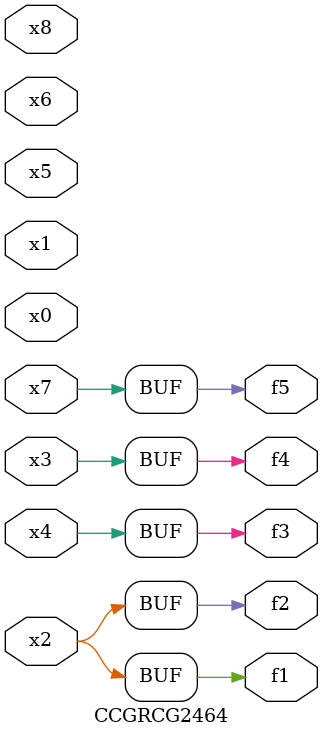
<source format=v>
module CCGRCG2464(
	input x0, x1, x2, x3, x4, x5, x6, x7, x8,
	output f1, f2, f3, f4, f5
);
	assign f1 = x2;
	assign f2 = x2;
	assign f3 = x4;
	assign f4 = x3;
	assign f5 = x7;
endmodule

</source>
